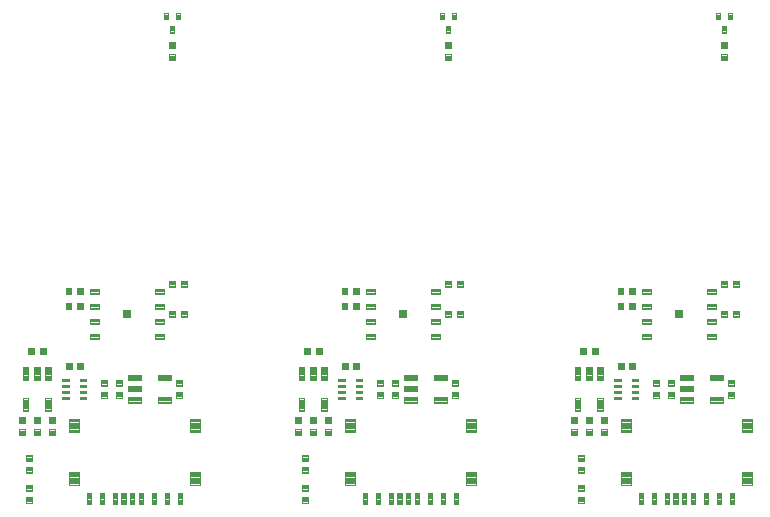
<source format=gbp>
G04 EAGLE Gerber RS-274X export*
G75*
%MOMM*%
%FSLAX34Y34*%
%LPD*%
%INSolderpaste Bottom*%
%IPPOS*%
%AMOC8*
5,1,8,0,0,1.08239X$1,22.5*%
G01*
%ADD10C,0.102000*%
%ADD11C,0.099000*%
%ADD12C,0.100000*%
%ADD13R,0.800000X0.800000*%
%ADD14C,0.101200*%
%ADD15C,0.104500*%


D10*
X34240Y73770D02*
X34240Y68790D01*
X29260Y68790D01*
X29260Y73770D01*
X34240Y73770D01*
X34240Y69759D02*
X29260Y69759D01*
X29260Y70728D02*
X34240Y70728D01*
X34240Y71697D02*
X29260Y71697D01*
X29260Y72666D02*
X34240Y72666D01*
X34240Y73635D02*
X29260Y73635D01*
X34240Y78790D02*
X34240Y83770D01*
X34240Y78790D02*
X29260Y78790D01*
X29260Y83770D01*
X34240Y83770D01*
X34240Y79759D02*
X29260Y79759D01*
X29260Y80728D02*
X34240Y80728D01*
X34240Y81697D02*
X29260Y81697D01*
X29260Y82666D02*
X34240Y82666D01*
X34240Y83635D02*
X29260Y83635D01*
X29260Y104030D02*
X29260Y109010D01*
X34240Y109010D01*
X34240Y104030D01*
X29260Y104030D01*
X29260Y104999D02*
X34240Y104999D01*
X34240Y105968D02*
X29260Y105968D01*
X29260Y106937D02*
X34240Y106937D01*
X34240Y107906D02*
X29260Y107906D01*
X29260Y108875D02*
X34240Y108875D01*
X29260Y99010D02*
X29260Y94030D01*
X29260Y99010D02*
X34240Y99010D01*
X34240Y94030D01*
X29260Y94030D01*
X29260Y94999D02*
X34240Y94999D01*
X34240Y95968D02*
X29260Y95968D01*
X29260Y96937D02*
X34240Y96937D01*
X34240Y97906D02*
X29260Y97906D01*
X29260Y98875D02*
X34240Y98875D01*
D11*
X125854Y153345D02*
X125854Y157855D01*
X125854Y153345D02*
X114844Y153345D01*
X114844Y157855D01*
X125854Y157855D01*
X125854Y154285D02*
X114844Y154285D01*
X114844Y155225D02*
X125854Y155225D01*
X125854Y156165D02*
X114844Y156165D01*
X114844Y157105D02*
X125854Y157105D01*
X125854Y162845D02*
X125854Y167355D01*
X125854Y162845D02*
X114844Y162845D01*
X114844Y167355D01*
X125854Y167355D01*
X125854Y163785D02*
X114844Y163785D01*
X114844Y164725D02*
X125854Y164725D01*
X125854Y165665D02*
X114844Y165665D01*
X114844Y166605D02*
X125854Y166605D01*
X125854Y172345D02*
X125854Y176855D01*
X125854Y172345D02*
X114844Y172345D01*
X114844Y176855D01*
X125854Y176855D01*
X125854Y173285D02*
X114844Y173285D01*
X114844Y174225D02*
X125854Y174225D01*
X125854Y175165D02*
X114844Y175165D01*
X114844Y176105D02*
X125854Y176105D01*
X151856Y176855D02*
X151856Y172345D01*
X140846Y172345D01*
X140846Y176855D01*
X151856Y176855D01*
X151856Y173285D02*
X140846Y173285D01*
X140846Y174225D02*
X151856Y174225D01*
X151856Y175165D02*
X140846Y175165D01*
X140846Y176105D02*
X151856Y176105D01*
X151856Y157855D02*
X151856Y153345D01*
X140846Y153345D01*
X140846Y157855D01*
X151856Y157855D01*
X151856Y154285D02*
X140846Y154285D01*
X140846Y155225D02*
X151856Y155225D01*
X151856Y156165D02*
X140846Y156165D01*
X140846Y157105D02*
X151856Y157105D01*
D10*
X110440Y157690D02*
X110440Y162670D01*
X110440Y157690D02*
X105460Y157690D01*
X105460Y162670D01*
X110440Y162670D01*
X110440Y158659D02*
X105460Y158659D01*
X105460Y159628D02*
X110440Y159628D01*
X110440Y160597D02*
X105460Y160597D01*
X105460Y161566D02*
X110440Y161566D01*
X110440Y162535D02*
X105460Y162535D01*
X110440Y167690D02*
X110440Y172670D01*
X110440Y167690D02*
X105460Y167690D01*
X105460Y172670D01*
X110440Y172670D01*
X110440Y168659D02*
X105460Y168659D01*
X105460Y169628D02*
X110440Y169628D01*
X110440Y170597D02*
X105460Y170597D01*
X105460Y171566D02*
X110440Y171566D01*
X110440Y172535D02*
X105460Y172535D01*
X161240Y162670D02*
X161240Y157690D01*
X156260Y157690D01*
X156260Y162670D01*
X161240Y162670D01*
X161240Y158659D02*
X156260Y158659D01*
X156260Y159628D02*
X161240Y159628D01*
X161240Y160597D02*
X156260Y160597D01*
X156260Y161566D02*
X161240Y161566D01*
X161240Y162535D02*
X156260Y162535D01*
X161240Y167690D02*
X161240Y172670D01*
X161240Y167690D02*
X156260Y167690D01*
X156260Y172670D01*
X161240Y172670D01*
X161240Y168659D02*
X156260Y168659D01*
X156260Y169628D02*
X161240Y169628D01*
X161240Y170597D02*
X156260Y170597D01*
X156260Y171566D02*
X161240Y171566D01*
X161240Y172535D02*
X156260Y172535D01*
X97740Y162670D02*
X97740Y157690D01*
X92760Y157690D01*
X92760Y162670D01*
X97740Y162670D01*
X97740Y158659D02*
X92760Y158659D01*
X92760Y159628D02*
X97740Y159628D01*
X97740Y160597D02*
X92760Y160597D01*
X92760Y161566D02*
X97740Y161566D01*
X97740Y162535D02*
X92760Y162535D01*
X97740Y167690D02*
X97740Y172670D01*
X97740Y167690D02*
X92760Y167690D01*
X92760Y172670D01*
X97740Y172670D01*
X97740Y168659D02*
X92760Y168659D01*
X92760Y169628D02*
X97740Y169628D01*
X97740Y170597D02*
X92760Y170597D01*
X92760Y171566D02*
X97740Y171566D01*
X97740Y172535D02*
X92760Y172535D01*
X80090Y173590D02*
X74410Y173590D01*
X80090Y173590D02*
X80090Y171610D01*
X74410Y171610D01*
X74410Y173590D01*
X74410Y172579D02*
X80090Y172579D01*
X80090Y173548D02*
X74410Y173548D01*
X74410Y168590D02*
X80090Y168590D01*
X80090Y166610D01*
X74410Y166610D01*
X74410Y168590D01*
X74410Y167579D02*
X80090Y167579D01*
X80090Y168548D02*
X74410Y168548D01*
X74410Y163590D02*
X80090Y163590D01*
X80090Y161610D01*
X74410Y161610D01*
X74410Y163590D01*
X74410Y162579D02*
X80090Y162579D01*
X80090Y163548D02*
X74410Y163548D01*
X74410Y158590D02*
X80090Y158590D01*
X80090Y156610D01*
X74410Y156610D01*
X74410Y158590D01*
X74410Y157579D02*
X80090Y157579D01*
X80090Y158548D02*
X74410Y158548D01*
X65290Y158590D02*
X59610Y158590D01*
X65290Y158590D02*
X65290Y156610D01*
X59610Y156610D01*
X59610Y158590D01*
X59610Y157579D02*
X65290Y157579D01*
X65290Y158548D02*
X59610Y158548D01*
X59610Y163590D02*
X65290Y163590D01*
X65290Y161610D01*
X59610Y161610D01*
X59610Y163590D01*
X59610Y162579D02*
X65290Y162579D01*
X65290Y163548D02*
X59610Y163548D01*
X59610Y168590D02*
X65290Y168590D01*
X65290Y166610D01*
X59610Y166610D01*
X59610Y168590D01*
X59610Y167579D02*
X65290Y167579D01*
X65290Y168548D02*
X59610Y168548D01*
X59610Y173590D02*
X65290Y173590D01*
X65290Y171610D01*
X59610Y171610D01*
X59610Y173590D01*
X59610Y172579D02*
X65290Y172579D01*
X65290Y173548D02*
X59610Y173548D01*
X62440Y181660D02*
X67420Y181660D01*
X62440Y181660D02*
X62440Y186640D01*
X67420Y186640D01*
X67420Y181660D01*
X67420Y182629D02*
X62440Y182629D01*
X62440Y183598D02*
X67420Y183598D01*
X67420Y184567D02*
X62440Y184567D01*
X62440Y185536D02*
X67420Y185536D01*
X67420Y186505D02*
X62440Y186505D01*
X72440Y181660D02*
X77420Y181660D01*
X72440Y181660D02*
X72440Y186640D01*
X77420Y186640D01*
X77420Y181660D01*
X77420Y182629D02*
X72440Y182629D01*
X72440Y183598D02*
X77420Y183598D01*
X77420Y184567D02*
X72440Y184567D01*
X72440Y185536D02*
X77420Y185536D01*
X77420Y186505D02*
X72440Y186505D01*
D12*
X145800Y245650D02*
X145800Y249650D01*
X145800Y245650D02*
X138300Y245650D01*
X138300Y249650D01*
X145800Y249650D01*
X145800Y246600D02*
X138300Y246600D01*
X138300Y247550D02*
X145800Y247550D01*
X145800Y248500D02*
X138300Y248500D01*
X138300Y249450D02*
X145800Y249450D01*
X145800Y236950D02*
X145800Y232950D01*
X138300Y232950D01*
X138300Y236950D01*
X145800Y236950D01*
X145800Y233900D02*
X138300Y233900D01*
X138300Y234850D02*
X145800Y234850D01*
X145800Y235800D02*
X138300Y235800D01*
X138300Y236750D02*
X145800Y236750D01*
X145800Y224250D02*
X145800Y220250D01*
X138300Y220250D01*
X138300Y224250D01*
X145800Y224250D01*
X145800Y221200D02*
X138300Y221200D01*
X138300Y222150D02*
X145800Y222150D01*
X145800Y223100D02*
X138300Y223100D01*
X138300Y224050D02*
X145800Y224050D01*
X145800Y211550D02*
X145800Y207550D01*
X138300Y207550D01*
X138300Y211550D01*
X145800Y211550D01*
X145800Y208500D02*
X138300Y208500D01*
X138300Y209450D02*
X145800Y209450D01*
X145800Y210400D02*
X138300Y210400D01*
X138300Y211350D02*
X145800Y211350D01*
X90300Y220250D02*
X90300Y224250D01*
X90300Y220250D02*
X82800Y220250D01*
X82800Y224250D01*
X90300Y224250D01*
X90300Y221200D02*
X82800Y221200D01*
X82800Y222150D02*
X90300Y222150D01*
X90300Y223100D02*
X82800Y223100D01*
X82800Y224050D02*
X90300Y224050D01*
X90300Y211550D02*
X90300Y207550D01*
X82800Y207550D01*
X82800Y211550D01*
X90300Y211550D01*
X90300Y208500D02*
X82800Y208500D01*
X82800Y209450D02*
X90300Y209450D01*
X90300Y210400D02*
X82800Y210400D01*
X82800Y211350D02*
X90300Y211350D01*
X90300Y232950D02*
X90300Y236950D01*
X90300Y232950D02*
X82800Y232950D01*
X82800Y236950D01*
X90300Y236950D01*
X90300Y233900D02*
X82800Y233900D01*
X82800Y234850D02*
X90300Y234850D01*
X90300Y235800D02*
X82800Y235800D01*
X82800Y236750D02*
X90300Y236750D01*
X90300Y245650D02*
X90300Y249650D01*
X90300Y245650D02*
X82800Y245650D01*
X82800Y249650D01*
X90300Y249650D01*
X90300Y246600D02*
X82800Y246600D01*
X82800Y247550D02*
X90300Y247550D01*
X90300Y248500D02*
X82800Y248500D01*
X82800Y249450D02*
X90300Y249450D01*
D13*
X114300Y228600D03*
D10*
X150070Y251510D02*
X155050Y251510D01*
X150070Y251510D02*
X150070Y256490D01*
X155050Y256490D01*
X155050Y251510D01*
X155050Y252479D02*
X150070Y252479D01*
X150070Y253448D02*
X155050Y253448D01*
X155050Y254417D02*
X150070Y254417D01*
X150070Y255386D02*
X155050Y255386D01*
X155050Y256355D02*
X150070Y256355D01*
X160070Y251510D02*
X165050Y251510D01*
X160070Y251510D02*
X160070Y256490D01*
X165050Y256490D01*
X165050Y251510D01*
X165050Y252479D02*
X160070Y252479D01*
X160070Y253448D02*
X165050Y253448D01*
X165050Y254417D02*
X160070Y254417D01*
X160070Y255386D02*
X165050Y255386D01*
X165050Y256355D02*
X160070Y256355D01*
X155050Y226110D02*
X150070Y226110D01*
X150070Y231090D01*
X155050Y231090D01*
X155050Y226110D01*
X155050Y227079D02*
X150070Y227079D01*
X150070Y228048D02*
X155050Y228048D01*
X155050Y229017D02*
X150070Y229017D01*
X150070Y229986D02*
X155050Y229986D01*
X155050Y230955D02*
X150070Y230955D01*
X160070Y226110D02*
X165050Y226110D01*
X160070Y226110D02*
X160070Y231090D01*
X165050Y231090D01*
X165050Y226110D01*
X165050Y227079D02*
X160070Y227079D01*
X160070Y228048D02*
X165050Y228048D01*
X165050Y229017D02*
X160070Y229017D01*
X160070Y229986D02*
X165050Y229986D01*
X165050Y230955D02*
X160070Y230955D01*
D11*
X30855Y172596D02*
X26345Y172596D01*
X26345Y183606D01*
X30855Y183606D01*
X30855Y172596D01*
X30855Y173536D02*
X26345Y173536D01*
X26345Y174476D02*
X30855Y174476D01*
X30855Y175416D02*
X26345Y175416D01*
X26345Y176356D02*
X30855Y176356D01*
X30855Y177296D02*
X26345Y177296D01*
X26345Y178236D02*
X30855Y178236D01*
X30855Y179176D02*
X26345Y179176D01*
X26345Y180116D02*
X30855Y180116D01*
X30855Y181056D02*
X26345Y181056D01*
X26345Y181996D02*
X30855Y181996D01*
X30855Y182936D02*
X26345Y182936D01*
X35845Y172596D02*
X40355Y172596D01*
X35845Y172596D02*
X35845Y183606D01*
X40355Y183606D01*
X40355Y172596D01*
X40355Y173536D02*
X35845Y173536D01*
X35845Y174476D02*
X40355Y174476D01*
X40355Y175416D02*
X35845Y175416D01*
X35845Y176356D02*
X40355Y176356D01*
X40355Y177296D02*
X35845Y177296D01*
X35845Y178236D02*
X40355Y178236D01*
X40355Y179176D02*
X35845Y179176D01*
X35845Y180116D02*
X40355Y180116D01*
X40355Y181056D02*
X35845Y181056D01*
X35845Y181996D02*
X40355Y181996D01*
X40355Y182936D02*
X35845Y182936D01*
X45345Y172596D02*
X49855Y172596D01*
X45345Y172596D02*
X45345Y183606D01*
X49855Y183606D01*
X49855Y172596D01*
X49855Y173536D02*
X45345Y173536D01*
X45345Y174476D02*
X49855Y174476D01*
X49855Y175416D02*
X45345Y175416D01*
X45345Y176356D02*
X49855Y176356D01*
X49855Y177296D02*
X45345Y177296D01*
X45345Y178236D02*
X49855Y178236D01*
X49855Y179176D02*
X45345Y179176D01*
X45345Y180116D02*
X49855Y180116D01*
X49855Y181056D02*
X45345Y181056D01*
X45345Y181996D02*
X49855Y181996D01*
X49855Y182936D02*
X45345Y182936D01*
X45345Y146594D02*
X49855Y146594D01*
X45345Y146594D02*
X45345Y157604D01*
X49855Y157604D01*
X49855Y146594D01*
X49855Y147534D02*
X45345Y147534D01*
X45345Y148474D02*
X49855Y148474D01*
X49855Y149414D02*
X45345Y149414D01*
X45345Y150354D02*
X49855Y150354D01*
X49855Y151294D02*
X45345Y151294D01*
X45345Y152234D02*
X49855Y152234D01*
X49855Y153174D02*
X45345Y153174D01*
X45345Y154114D02*
X49855Y154114D01*
X49855Y155054D02*
X45345Y155054D01*
X45345Y155994D02*
X49855Y155994D01*
X49855Y156934D02*
X45345Y156934D01*
X30855Y146594D02*
X26345Y146594D01*
X26345Y157604D01*
X30855Y157604D01*
X30855Y146594D01*
X30855Y147534D02*
X26345Y147534D01*
X26345Y148474D02*
X30855Y148474D01*
X30855Y149414D02*
X26345Y149414D01*
X26345Y150354D02*
X30855Y150354D01*
X30855Y151294D02*
X26345Y151294D01*
X26345Y152234D02*
X30855Y152234D01*
X30855Y153174D02*
X26345Y153174D01*
X26345Y154114D02*
X30855Y154114D01*
X30855Y155054D02*
X26345Y155054D01*
X26345Y155994D02*
X30855Y155994D01*
X30855Y156934D02*
X26345Y156934D01*
D10*
X48310Y140840D02*
X48310Y135860D01*
X48310Y140840D02*
X53290Y140840D01*
X53290Y135860D01*
X48310Y135860D01*
X48310Y136829D02*
X53290Y136829D01*
X53290Y137798D02*
X48310Y137798D01*
X48310Y138767D02*
X53290Y138767D01*
X53290Y139736D02*
X48310Y139736D01*
X48310Y140705D02*
X53290Y140705D01*
X48310Y130840D02*
X48310Y125860D01*
X48310Y130840D02*
X53290Y130840D01*
X53290Y125860D01*
X48310Y125860D01*
X48310Y126829D02*
X53290Y126829D01*
X53290Y127798D02*
X48310Y127798D01*
X48310Y128767D02*
X53290Y128767D01*
X53290Y129736D02*
X48310Y129736D01*
X48310Y130705D02*
X53290Y130705D01*
X45590Y199340D02*
X40610Y199340D01*
X45590Y199340D02*
X45590Y194360D01*
X40610Y194360D01*
X40610Y199340D01*
X40610Y195329D02*
X45590Y195329D01*
X45590Y196298D02*
X40610Y196298D01*
X40610Y197267D02*
X45590Y197267D01*
X45590Y198236D02*
X40610Y198236D01*
X40610Y199205D02*
X45590Y199205D01*
X35590Y199340D02*
X30610Y199340D01*
X35590Y199340D02*
X35590Y194360D01*
X30610Y194360D01*
X30610Y199340D01*
X30610Y195329D02*
X35590Y195329D01*
X35590Y196298D02*
X30610Y196298D01*
X30610Y197267D02*
X35590Y197267D01*
X35590Y198236D02*
X30610Y198236D01*
X30610Y199205D02*
X35590Y199205D01*
X72360Y237440D02*
X77340Y237440D01*
X77340Y232460D01*
X72360Y232460D01*
X72360Y237440D01*
X72360Y233429D02*
X77340Y233429D01*
X77340Y234398D02*
X72360Y234398D01*
X72360Y235367D02*
X77340Y235367D01*
X77340Y236336D02*
X72360Y236336D01*
X72360Y237305D02*
X77340Y237305D01*
X67340Y237440D02*
X62360Y237440D01*
X67340Y237440D02*
X67340Y232460D01*
X62360Y232460D01*
X62360Y237440D01*
X62360Y233429D02*
X67340Y233429D01*
X67340Y234398D02*
X62360Y234398D01*
X62360Y235367D02*
X67340Y235367D01*
X67340Y236336D02*
X62360Y236336D01*
X62360Y237305D02*
X67340Y237305D01*
X72360Y250140D02*
X77340Y250140D01*
X77340Y245160D01*
X72360Y245160D01*
X72360Y250140D01*
X72360Y246129D02*
X77340Y246129D01*
X77340Y247098D02*
X72360Y247098D01*
X72360Y248067D02*
X77340Y248067D01*
X77340Y249036D02*
X72360Y249036D01*
X72360Y250005D02*
X77340Y250005D01*
X67340Y250140D02*
X62360Y250140D01*
X67340Y250140D02*
X67340Y245160D01*
X62360Y245160D01*
X62360Y250140D01*
X62360Y246129D02*
X67340Y246129D01*
X67340Y247098D02*
X62360Y247098D01*
X62360Y248067D02*
X67340Y248067D01*
X67340Y249036D02*
X62360Y249036D01*
X62360Y250005D02*
X67340Y250005D01*
X40590Y130840D02*
X40590Y125860D01*
X35610Y125860D01*
X35610Y130840D01*
X40590Y130840D01*
X40590Y126829D02*
X35610Y126829D01*
X35610Y127798D02*
X40590Y127798D01*
X40590Y128767D02*
X35610Y128767D01*
X35610Y129736D02*
X40590Y129736D01*
X40590Y130705D02*
X35610Y130705D01*
X40590Y135860D02*
X40590Y140840D01*
X40590Y135860D02*
X35610Y135860D01*
X35610Y140840D01*
X40590Y140840D01*
X40590Y136829D02*
X35610Y136829D01*
X35610Y137798D02*
X40590Y137798D01*
X40590Y138767D02*
X35610Y138767D01*
X35610Y139736D02*
X40590Y139736D01*
X40590Y140705D02*
X35610Y140705D01*
X27890Y130840D02*
X27890Y125860D01*
X22910Y125860D01*
X22910Y130840D01*
X27890Y130840D01*
X27890Y126829D02*
X22910Y126829D01*
X22910Y127798D02*
X27890Y127798D01*
X27890Y128767D02*
X22910Y128767D01*
X22910Y129736D02*
X27890Y129736D01*
X27890Y130705D02*
X22910Y130705D01*
X27890Y135860D02*
X27890Y140840D01*
X27890Y135860D02*
X22910Y135860D01*
X22910Y140840D01*
X27890Y140840D01*
X27890Y136829D02*
X22910Y136829D01*
X22910Y137798D02*
X27890Y137798D01*
X27890Y138767D02*
X22910Y138767D01*
X22910Y139736D02*
X27890Y139736D01*
X27890Y140705D02*
X22910Y140705D01*
D14*
X145606Y478156D02*
X149194Y478156D01*
X145606Y478156D02*
X145606Y483644D01*
X149194Y483644D01*
X149194Y478156D01*
X149194Y479117D02*
X145606Y479117D01*
X145606Y480078D02*
X149194Y480078D01*
X149194Y481039D02*
X145606Y481039D01*
X145606Y482000D02*
X149194Y482000D01*
X149194Y482961D02*
X145606Y482961D01*
X155606Y478156D02*
X159194Y478156D01*
X155606Y478156D02*
X155606Y483644D01*
X159194Y483644D01*
X159194Y478156D01*
X159194Y479117D02*
X155606Y479117D01*
X155606Y480078D02*
X159194Y480078D01*
X159194Y481039D02*
X155606Y481039D01*
X155606Y482000D02*
X159194Y482000D01*
X159194Y482961D02*
X155606Y482961D01*
X154194Y466656D02*
X150606Y466656D01*
X150606Y472144D01*
X154194Y472144D01*
X154194Y466656D01*
X154194Y467617D02*
X150606Y467617D01*
X150606Y468578D02*
X154194Y468578D01*
X154194Y469539D02*
X150606Y469539D01*
X150606Y470500D02*
X154194Y470500D01*
X154194Y471461D02*
X150606Y471461D01*
D10*
X154890Y448340D02*
X154890Y443360D01*
X149910Y443360D01*
X149910Y448340D01*
X154890Y448340D01*
X154890Y444329D02*
X149910Y444329D01*
X149910Y445298D02*
X154890Y445298D01*
X154890Y446267D02*
X149910Y446267D01*
X149910Y447236D02*
X154890Y447236D01*
X154890Y448205D02*
X149910Y448205D01*
X154890Y453360D02*
X154890Y458340D01*
X154890Y453360D02*
X149910Y453360D01*
X149910Y458340D01*
X154890Y458340D01*
X154890Y454329D02*
X149910Y454329D01*
X149910Y455298D02*
X154890Y455298D01*
X154890Y456267D02*
X149910Y456267D01*
X149910Y457236D02*
X154890Y457236D01*
X154890Y458205D02*
X149910Y458205D01*
D12*
X84150Y76510D02*
X80150Y76510D01*
X84150Y76510D02*
X84150Y67510D01*
X80150Y67510D01*
X80150Y76510D01*
X80150Y68460D02*
X84150Y68460D01*
X84150Y69410D02*
X80150Y69410D01*
X80150Y70360D02*
X84150Y70360D01*
X84150Y71310D02*
X80150Y71310D01*
X80150Y72260D02*
X84150Y72260D01*
X84150Y73210D02*
X80150Y73210D01*
X80150Y74160D02*
X84150Y74160D01*
X84150Y75110D02*
X80150Y75110D01*
X80150Y76060D02*
X84150Y76060D01*
X91150Y76510D02*
X95150Y76510D01*
X95150Y67510D01*
X91150Y67510D01*
X91150Y76510D01*
X91150Y68460D02*
X95150Y68460D01*
X95150Y69410D02*
X91150Y69410D01*
X91150Y70360D02*
X95150Y70360D01*
X95150Y71310D02*
X91150Y71310D01*
X91150Y72260D02*
X95150Y72260D01*
X95150Y73210D02*
X91150Y73210D01*
X91150Y74160D02*
X95150Y74160D01*
X95150Y75110D02*
X91150Y75110D01*
X91150Y76060D02*
X95150Y76060D01*
X102150Y76510D02*
X106150Y76510D01*
X106150Y67510D01*
X102150Y67510D01*
X102150Y76510D01*
X102150Y68460D02*
X106150Y68460D01*
X106150Y69410D02*
X102150Y69410D01*
X102150Y70360D02*
X106150Y70360D01*
X106150Y71310D02*
X102150Y71310D01*
X102150Y72260D02*
X106150Y72260D01*
X106150Y73210D02*
X102150Y73210D01*
X102150Y74160D02*
X106150Y74160D01*
X106150Y75110D02*
X102150Y75110D01*
X102150Y76060D02*
X106150Y76060D01*
X109650Y76510D02*
X113650Y76510D01*
X113650Y67510D01*
X109650Y67510D01*
X109650Y76510D01*
X109650Y68460D02*
X113650Y68460D01*
X113650Y69410D02*
X109650Y69410D01*
X109650Y70360D02*
X113650Y70360D01*
X113650Y71310D02*
X109650Y71310D01*
X109650Y72260D02*
X113650Y72260D01*
X113650Y73210D02*
X109650Y73210D01*
X109650Y74160D02*
X113650Y74160D01*
X113650Y75110D02*
X109650Y75110D01*
X109650Y76060D02*
X113650Y76060D01*
X124150Y76510D02*
X128150Y76510D01*
X128150Y67510D01*
X124150Y67510D01*
X124150Y76510D01*
X124150Y68460D02*
X128150Y68460D01*
X128150Y69410D02*
X124150Y69410D01*
X124150Y70360D02*
X128150Y70360D01*
X128150Y71310D02*
X124150Y71310D01*
X124150Y72260D02*
X128150Y72260D01*
X128150Y73210D02*
X124150Y73210D01*
X124150Y74160D02*
X128150Y74160D01*
X128150Y75110D02*
X124150Y75110D01*
X124150Y76060D02*
X128150Y76060D01*
X135150Y76510D02*
X139150Y76510D01*
X139150Y67510D01*
X135150Y67510D01*
X135150Y76510D01*
X135150Y68460D02*
X139150Y68460D01*
X139150Y69410D02*
X135150Y69410D01*
X135150Y70360D02*
X139150Y70360D01*
X139150Y71310D02*
X135150Y71310D01*
X135150Y72260D02*
X139150Y72260D01*
X139150Y73210D02*
X135150Y73210D01*
X135150Y74160D02*
X139150Y74160D01*
X139150Y75110D02*
X135150Y75110D01*
X135150Y76060D02*
X139150Y76060D01*
X146150Y76510D02*
X150150Y76510D01*
X150150Y67510D01*
X146150Y67510D01*
X146150Y76510D01*
X146150Y68460D02*
X150150Y68460D01*
X150150Y69410D02*
X146150Y69410D01*
X146150Y70360D02*
X150150Y70360D01*
X150150Y71310D02*
X146150Y71310D01*
X146150Y72260D02*
X150150Y72260D01*
X150150Y73210D02*
X146150Y73210D01*
X146150Y74160D02*
X150150Y74160D01*
X150150Y75110D02*
X146150Y75110D01*
X146150Y76060D02*
X150150Y76060D01*
X157150Y76510D02*
X161150Y76510D01*
X161150Y67510D01*
X157150Y67510D01*
X157150Y76510D01*
X157150Y68460D02*
X161150Y68460D01*
X161150Y69410D02*
X157150Y69410D01*
X157150Y70360D02*
X161150Y70360D01*
X161150Y71310D02*
X157150Y71310D01*
X157150Y72260D02*
X161150Y72260D01*
X161150Y73210D02*
X157150Y73210D01*
X157150Y74160D02*
X161150Y74160D01*
X161150Y75110D02*
X157150Y75110D01*
X157150Y76060D02*
X161150Y76060D01*
X120650Y76510D02*
X116650Y76510D01*
X120650Y76510D02*
X120650Y67510D01*
X116650Y67510D01*
X116650Y76510D01*
X116650Y68460D02*
X120650Y68460D01*
X120650Y69410D02*
X116650Y69410D01*
X116650Y70360D02*
X120650Y70360D01*
X120650Y71310D02*
X116650Y71310D01*
X116650Y72260D02*
X120650Y72260D01*
X120650Y73210D02*
X116650Y73210D01*
X116650Y74160D02*
X120650Y74160D01*
X120650Y75110D02*
X116650Y75110D01*
X116650Y76060D02*
X120650Y76060D01*
D15*
X73878Y94988D02*
X65422Y94988D01*
X73878Y94988D02*
X73878Y84032D01*
X65422Y84032D01*
X65422Y94988D01*
X65422Y85025D02*
X73878Y85025D01*
X73878Y86018D02*
X65422Y86018D01*
X65422Y87011D02*
X73878Y87011D01*
X73878Y88004D02*
X65422Y88004D01*
X65422Y88997D02*
X73878Y88997D01*
X73878Y89990D02*
X65422Y89990D01*
X65422Y90983D02*
X73878Y90983D01*
X73878Y91976D02*
X65422Y91976D01*
X65422Y92969D02*
X73878Y92969D01*
X73878Y93962D02*
X65422Y93962D01*
X65422Y94955D02*
X73878Y94955D01*
X73878Y139488D02*
X65422Y139488D01*
X73878Y139488D02*
X73878Y128532D01*
X65422Y128532D01*
X65422Y139488D01*
X65422Y129525D02*
X73878Y129525D01*
X73878Y130518D02*
X65422Y130518D01*
X65422Y131511D02*
X73878Y131511D01*
X73878Y132504D02*
X65422Y132504D01*
X65422Y133497D02*
X73878Y133497D01*
X73878Y134490D02*
X65422Y134490D01*
X65422Y135483D02*
X73878Y135483D01*
X73878Y136476D02*
X65422Y136476D01*
X65422Y137469D02*
X73878Y137469D01*
X73878Y138462D02*
X65422Y138462D01*
X65422Y139455D02*
X73878Y139455D01*
X167422Y139488D02*
X175878Y139488D01*
X175878Y128532D01*
X167422Y128532D01*
X167422Y139488D01*
X167422Y129525D02*
X175878Y129525D01*
X175878Y130518D02*
X167422Y130518D01*
X167422Y131511D02*
X175878Y131511D01*
X175878Y132504D02*
X167422Y132504D01*
X167422Y133497D02*
X175878Y133497D01*
X175878Y134490D02*
X167422Y134490D01*
X167422Y135483D02*
X175878Y135483D01*
X175878Y136476D02*
X167422Y136476D01*
X167422Y137469D02*
X175878Y137469D01*
X175878Y138462D02*
X167422Y138462D01*
X167422Y139455D02*
X175878Y139455D01*
X175878Y94988D02*
X167422Y94988D01*
X175878Y94988D02*
X175878Y84032D01*
X167422Y84032D01*
X167422Y94988D01*
X167422Y85025D02*
X175878Y85025D01*
X175878Y86018D02*
X167422Y86018D01*
X167422Y87011D02*
X175878Y87011D01*
X175878Y88004D02*
X167422Y88004D01*
X167422Y88997D02*
X175878Y88997D01*
X175878Y89990D02*
X167422Y89990D01*
X167422Y90983D02*
X175878Y90983D01*
X175878Y91976D02*
X167422Y91976D01*
X167422Y92969D02*
X175878Y92969D01*
X175878Y93962D02*
X167422Y93962D01*
X167422Y94955D02*
X175878Y94955D01*
D10*
X267920Y73770D02*
X267920Y68790D01*
X262940Y68790D01*
X262940Y73770D01*
X267920Y73770D01*
X267920Y69759D02*
X262940Y69759D01*
X262940Y70728D02*
X267920Y70728D01*
X267920Y71697D02*
X262940Y71697D01*
X262940Y72666D02*
X267920Y72666D01*
X267920Y73635D02*
X262940Y73635D01*
X267920Y78790D02*
X267920Y83770D01*
X267920Y78790D02*
X262940Y78790D01*
X262940Y83770D01*
X267920Y83770D01*
X267920Y79759D02*
X262940Y79759D01*
X262940Y80728D02*
X267920Y80728D01*
X267920Y81697D02*
X262940Y81697D01*
X262940Y82666D02*
X267920Y82666D01*
X267920Y83635D02*
X262940Y83635D01*
X262940Y104030D02*
X262940Y109010D01*
X267920Y109010D01*
X267920Y104030D01*
X262940Y104030D01*
X262940Y104999D02*
X267920Y104999D01*
X267920Y105968D02*
X262940Y105968D01*
X262940Y106937D02*
X267920Y106937D01*
X267920Y107906D02*
X262940Y107906D01*
X262940Y108875D02*
X267920Y108875D01*
X262940Y99010D02*
X262940Y94030D01*
X262940Y99010D02*
X267920Y99010D01*
X267920Y94030D01*
X262940Y94030D01*
X262940Y94999D02*
X267920Y94999D01*
X267920Y95968D02*
X262940Y95968D01*
X262940Y96937D02*
X267920Y96937D01*
X267920Y97906D02*
X262940Y97906D01*
X262940Y98875D02*
X267920Y98875D01*
D11*
X359534Y153345D02*
X359534Y157855D01*
X359534Y153345D02*
X348524Y153345D01*
X348524Y157855D01*
X359534Y157855D01*
X359534Y154285D02*
X348524Y154285D01*
X348524Y155225D02*
X359534Y155225D01*
X359534Y156165D02*
X348524Y156165D01*
X348524Y157105D02*
X359534Y157105D01*
X359534Y162845D02*
X359534Y167355D01*
X359534Y162845D02*
X348524Y162845D01*
X348524Y167355D01*
X359534Y167355D01*
X359534Y163785D02*
X348524Y163785D01*
X348524Y164725D02*
X359534Y164725D01*
X359534Y165665D02*
X348524Y165665D01*
X348524Y166605D02*
X359534Y166605D01*
X359534Y172345D02*
X359534Y176855D01*
X359534Y172345D02*
X348524Y172345D01*
X348524Y176855D01*
X359534Y176855D01*
X359534Y173285D02*
X348524Y173285D01*
X348524Y174225D02*
X359534Y174225D01*
X359534Y175165D02*
X348524Y175165D01*
X348524Y176105D02*
X359534Y176105D01*
X385536Y176855D02*
X385536Y172345D01*
X374526Y172345D01*
X374526Y176855D01*
X385536Y176855D01*
X385536Y173285D02*
X374526Y173285D01*
X374526Y174225D02*
X385536Y174225D01*
X385536Y175165D02*
X374526Y175165D01*
X374526Y176105D02*
X385536Y176105D01*
X385536Y157855D02*
X385536Y153345D01*
X374526Y153345D01*
X374526Y157855D01*
X385536Y157855D01*
X385536Y154285D02*
X374526Y154285D01*
X374526Y155225D02*
X385536Y155225D01*
X385536Y156165D02*
X374526Y156165D01*
X374526Y157105D02*
X385536Y157105D01*
D10*
X344120Y157690D02*
X344120Y162670D01*
X344120Y157690D02*
X339140Y157690D01*
X339140Y162670D01*
X344120Y162670D01*
X344120Y158659D02*
X339140Y158659D01*
X339140Y159628D02*
X344120Y159628D01*
X344120Y160597D02*
X339140Y160597D01*
X339140Y161566D02*
X344120Y161566D01*
X344120Y162535D02*
X339140Y162535D01*
X344120Y167690D02*
X344120Y172670D01*
X344120Y167690D02*
X339140Y167690D01*
X339140Y172670D01*
X344120Y172670D01*
X344120Y168659D02*
X339140Y168659D01*
X339140Y169628D02*
X344120Y169628D01*
X344120Y170597D02*
X339140Y170597D01*
X339140Y171566D02*
X344120Y171566D01*
X344120Y172535D02*
X339140Y172535D01*
X394920Y162670D02*
X394920Y157690D01*
X389940Y157690D01*
X389940Y162670D01*
X394920Y162670D01*
X394920Y158659D02*
X389940Y158659D01*
X389940Y159628D02*
X394920Y159628D01*
X394920Y160597D02*
X389940Y160597D01*
X389940Y161566D02*
X394920Y161566D01*
X394920Y162535D02*
X389940Y162535D01*
X394920Y167690D02*
X394920Y172670D01*
X394920Y167690D02*
X389940Y167690D01*
X389940Y172670D01*
X394920Y172670D01*
X394920Y168659D02*
X389940Y168659D01*
X389940Y169628D02*
X394920Y169628D01*
X394920Y170597D02*
X389940Y170597D01*
X389940Y171566D02*
X394920Y171566D01*
X394920Y172535D02*
X389940Y172535D01*
X331420Y162670D02*
X331420Y157690D01*
X326440Y157690D01*
X326440Y162670D01*
X331420Y162670D01*
X331420Y158659D02*
X326440Y158659D01*
X326440Y159628D02*
X331420Y159628D01*
X331420Y160597D02*
X326440Y160597D01*
X326440Y161566D02*
X331420Y161566D01*
X331420Y162535D02*
X326440Y162535D01*
X331420Y167690D02*
X331420Y172670D01*
X331420Y167690D02*
X326440Y167690D01*
X326440Y172670D01*
X331420Y172670D01*
X331420Y168659D02*
X326440Y168659D01*
X326440Y169628D02*
X331420Y169628D01*
X331420Y170597D02*
X326440Y170597D01*
X326440Y171566D02*
X331420Y171566D01*
X331420Y172535D02*
X326440Y172535D01*
X313770Y173590D02*
X308090Y173590D01*
X313770Y173590D02*
X313770Y171610D01*
X308090Y171610D01*
X308090Y173590D01*
X308090Y172579D02*
X313770Y172579D01*
X313770Y173548D02*
X308090Y173548D01*
X308090Y168590D02*
X313770Y168590D01*
X313770Y166610D01*
X308090Y166610D01*
X308090Y168590D01*
X308090Y167579D02*
X313770Y167579D01*
X313770Y168548D02*
X308090Y168548D01*
X308090Y163590D02*
X313770Y163590D01*
X313770Y161610D01*
X308090Y161610D01*
X308090Y163590D01*
X308090Y162579D02*
X313770Y162579D01*
X313770Y163548D02*
X308090Y163548D01*
X308090Y158590D02*
X313770Y158590D01*
X313770Y156610D01*
X308090Y156610D01*
X308090Y158590D01*
X308090Y157579D02*
X313770Y157579D01*
X313770Y158548D02*
X308090Y158548D01*
X298970Y158590D02*
X293290Y158590D01*
X298970Y158590D02*
X298970Y156610D01*
X293290Y156610D01*
X293290Y158590D01*
X293290Y157579D02*
X298970Y157579D01*
X298970Y158548D02*
X293290Y158548D01*
X293290Y163590D02*
X298970Y163590D01*
X298970Y161610D01*
X293290Y161610D01*
X293290Y163590D01*
X293290Y162579D02*
X298970Y162579D01*
X298970Y163548D02*
X293290Y163548D01*
X293290Y168590D02*
X298970Y168590D01*
X298970Y166610D01*
X293290Y166610D01*
X293290Y168590D01*
X293290Y167579D02*
X298970Y167579D01*
X298970Y168548D02*
X293290Y168548D01*
X293290Y173590D02*
X298970Y173590D01*
X298970Y171610D01*
X293290Y171610D01*
X293290Y173590D01*
X293290Y172579D02*
X298970Y172579D01*
X298970Y173548D02*
X293290Y173548D01*
X296120Y181660D02*
X301100Y181660D01*
X296120Y181660D02*
X296120Y186640D01*
X301100Y186640D01*
X301100Y181660D01*
X301100Y182629D02*
X296120Y182629D01*
X296120Y183598D02*
X301100Y183598D01*
X301100Y184567D02*
X296120Y184567D01*
X296120Y185536D02*
X301100Y185536D01*
X301100Y186505D02*
X296120Y186505D01*
X306120Y181660D02*
X311100Y181660D01*
X306120Y181660D02*
X306120Y186640D01*
X311100Y186640D01*
X311100Y181660D01*
X311100Y182629D02*
X306120Y182629D01*
X306120Y183598D02*
X311100Y183598D01*
X311100Y184567D02*
X306120Y184567D01*
X306120Y185536D02*
X311100Y185536D01*
X311100Y186505D02*
X306120Y186505D01*
D12*
X379480Y245650D02*
X379480Y249650D01*
X379480Y245650D02*
X371980Y245650D01*
X371980Y249650D01*
X379480Y249650D01*
X379480Y246600D02*
X371980Y246600D01*
X371980Y247550D02*
X379480Y247550D01*
X379480Y248500D02*
X371980Y248500D01*
X371980Y249450D02*
X379480Y249450D01*
X379480Y236950D02*
X379480Y232950D01*
X371980Y232950D01*
X371980Y236950D01*
X379480Y236950D01*
X379480Y233900D02*
X371980Y233900D01*
X371980Y234850D02*
X379480Y234850D01*
X379480Y235800D02*
X371980Y235800D01*
X371980Y236750D02*
X379480Y236750D01*
X379480Y224250D02*
X379480Y220250D01*
X371980Y220250D01*
X371980Y224250D01*
X379480Y224250D01*
X379480Y221200D02*
X371980Y221200D01*
X371980Y222150D02*
X379480Y222150D01*
X379480Y223100D02*
X371980Y223100D01*
X371980Y224050D02*
X379480Y224050D01*
X379480Y211550D02*
X379480Y207550D01*
X371980Y207550D01*
X371980Y211550D01*
X379480Y211550D01*
X379480Y208500D02*
X371980Y208500D01*
X371980Y209450D02*
X379480Y209450D01*
X379480Y210400D02*
X371980Y210400D01*
X371980Y211350D02*
X379480Y211350D01*
X323980Y220250D02*
X323980Y224250D01*
X323980Y220250D02*
X316480Y220250D01*
X316480Y224250D01*
X323980Y224250D01*
X323980Y221200D02*
X316480Y221200D01*
X316480Y222150D02*
X323980Y222150D01*
X323980Y223100D02*
X316480Y223100D01*
X316480Y224050D02*
X323980Y224050D01*
X323980Y211550D02*
X323980Y207550D01*
X316480Y207550D01*
X316480Y211550D01*
X323980Y211550D01*
X323980Y208500D02*
X316480Y208500D01*
X316480Y209450D02*
X323980Y209450D01*
X323980Y210400D02*
X316480Y210400D01*
X316480Y211350D02*
X323980Y211350D01*
X323980Y232950D02*
X323980Y236950D01*
X323980Y232950D02*
X316480Y232950D01*
X316480Y236950D01*
X323980Y236950D01*
X323980Y233900D02*
X316480Y233900D01*
X316480Y234850D02*
X323980Y234850D01*
X323980Y235800D02*
X316480Y235800D01*
X316480Y236750D02*
X323980Y236750D01*
X323980Y245650D02*
X323980Y249650D01*
X323980Y245650D02*
X316480Y245650D01*
X316480Y249650D01*
X323980Y249650D01*
X323980Y246600D02*
X316480Y246600D01*
X316480Y247550D02*
X323980Y247550D01*
X323980Y248500D02*
X316480Y248500D01*
X316480Y249450D02*
X323980Y249450D01*
D13*
X347980Y228600D03*
D10*
X383750Y251510D02*
X388730Y251510D01*
X383750Y251510D02*
X383750Y256490D01*
X388730Y256490D01*
X388730Y251510D01*
X388730Y252479D02*
X383750Y252479D01*
X383750Y253448D02*
X388730Y253448D01*
X388730Y254417D02*
X383750Y254417D01*
X383750Y255386D02*
X388730Y255386D01*
X388730Y256355D02*
X383750Y256355D01*
X393750Y251510D02*
X398730Y251510D01*
X393750Y251510D02*
X393750Y256490D01*
X398730Y256490D01*
X398730Y251510D01*
X398730Y252479D02*
X393750Y252479D01*
X393750Y253448D02*
X398730Y253448D01*
X398730Y254417D02*
X393750Y254417D01*
X393750Y255386D02*
X398730Y255386D01*
X398730Y256355D02*
X393750Y256355D01*
X388730Y226110D02*
X383750Y226110D01*
X383750Y231090D01*
X388730Y231090D01*
X388730Y226110D01*
X388730Y227079D02*
X383750Y227079D01*
X383750Y228048D02*
X388730Y228048D01*
X388730Y229017D02*
X383750Y229017D01*
X383750Y229986D02*
X388730Y229986D01*
X388730Y230955D02*
X383750Y230955D01*
X393750Y226110D02*
X398730Y226110D01*
X393750Y226110D02*
X393750Y231090D01*
X398730Y231090D01*
X398730Y226110D01*
X398730Y227079D02*
X393750Y227079D01*
X393750Y228048D02*
X398730Y228048D01*
X398730Y229017D02*
X393750Y229017D01*
X393750Y229986D02*
X398730Y229986D01*
X398730Y230955D02*
X393750Y230955D01*
D11*
X264535Y172596D02*
X260025Y172596D01*
X260025Y183606D01*
X264535Y183606D01*
X264535Y172596D01*
X264535Y173536D02*
X260025Y173536D01*
X260025Y174476D02*
X264535Y174476D01*
X264535Y175416D02*
X260025Y175416D01*
X260025Y176356D02*
X264535Y176356D01*
X264535Y177296D02*
X260025Y177296D01*
X260025Y178236D02*
X264535Y178236D01*
X264535Y179176D02*
X260025Y179176D01*
X260025Y180116D02*
X264535Y180116D01*
X264535Y181056D02*
X260025Y181056D01*
X260025Y181996D02*
X264535Y181996D01*
X264535Y182936D02*
X260025Y182936D01*
X269525Y172596D02*
X274035Y172596D01*
X269525Y172596D02*
X269525Y183606D01*
X274035Y183606D01*
X274035Y172596D01*
X274035Y173536D02*
X269525Y173536D01*
X269525Y174476D02*
X274035Y174476D01*
X274035Y175416D02*
X269525Y175416D01*
X269525Y176356D02*
X274035Y176356D01*
X274035Y177296D02*
X269525Y177296D01*
X269525Y178236D02*
X274035Y178236D01*
X274035Y179176D02*
X269525Y179176D01*
X269525Y180116D02*
X274035Y180116D01*
X274035Y181056D02*
X269525Y181056D01*
X269525Y181996D02*
X274035Y181996D01*
X274035Y182936D02*
X269525Y182936D01*
X279025Y172596D02*
X283535Y172596D01*
X279025Y172596D02*
X279025Y183606D01*
X283535Y183606D01*
X283535Y172596D01*
X283535Y173536D02*
X279025Y173536D01*
X279025Y174476D02*
X283535Y174476D01*
X283535Y175416D02*
X279025Y175416D01*
X279025Y176356D02*
X283535Y176356D01*
X283535Y177296D02*
X279025Y177296D01*
X279025Y178236D02*
X283535Y178236D01*
X283535Y179176D02*
X279025Y179176D01*
X279025Y180116D02*
X283535Y180116D01*
X283535Y181056D02*
X279025Y181056D01*
X279025Y181996D02*
X283535Y181996D01*
X283535Y182936D02*
X279025Y182936D01*
X279025Y146594D02*
X283535Y146594D01*
X279025Y146594D02*
X279025Y157604D01*
X283535Y157604D01*
X283535Y146594D01*
X283535Y147534D02*
X279025Y147534D01*
X279025Y148474D02*
X283535Y148474D01*
X283535Y149414D02*
X279025Y149414D01*
X279025Y150354D02*
X283535Y150354D01*
X283535Y151294D02*
X279025Y151294D01*
X279025Y152234D02*
X283535Y152234D01*
X283535Y153174D02*
X279025Y153174D01*
X279025Y154114D02*
X283535Y154114D01*
X283535Y155054D02*
X279025Y155054D01*
X279025Y155994D02*
X283535Y155994D01*
X283535Y156934D02*
X279025Y156934D01*
X264535Y146594D02*
X260025Y146594D01*
X260025Y157604D01*
X264535Y157604D01*
X264535Y146594D01*
X264535Y147534D02*
X260025Y147534D01*
X260025Y148474D02*
X264535Y148474D01*
X264535Y149414D02*
X260025Y149414D01*
X260025Y150354D02*
X264535Y150354D01*
X264535Y151294D02*
X260025Y151294D01*
X260025Y152234D02*
X264535Y152234D01*
X264535Y153174D02*
X260025Y153174D01*
X260025Y154114D02*
X264535Y154114D01*
X264535Y155054D02*
X260025Y155054D01*
X260025Y155994D02*
X264535Y155994D01*
X264535Y156934D02*
X260025Y156934D01*
D10*
X281990Y140840D02*
X281990Y135860D01*
X281990Y140840D02*
X286970Y140840D01*
X286970Y135860D01*
X281990Y135860D01*
X281990Y136829D02*
X286970Y136829D01*
X286970Y137798D02*
X281990Y137798D01*
X281990Y138767D02*
X286970Y138767D01*
X286970Y139736D02*
X281990Y139736D01*
X281990Y140705D02*
X286970Y140705D01*
X281990Y130840D02*
X281990Y125860D01*
X281990Y130840D02*
X286970Y130840D01*
X286970Y125860D01*
X281990Y125860D01*
X281990Y126829D02*
X286970Y126829D01*
X286970Y127798D02*
X281990Y127798D01*
X281990Y128767D02*
X286970Y128767D01*
X286970Y129736D02*
X281990Y129736D01*
X281990Y130705D02*
X286970Y130705D01*
X279270Y199340D02*
X274290Y199340D01*
X279270Y199340D02*
X279270Y194360D01*
X274290Y194360D01*
X274290Y199340D01*
X274290Y195329D02*
X279270Y195329D01*
X279270Y196298D02*
X274290Y196298D01*
X274290Y197267D02*
X279270Y197267D01*
X279270Y198236D02*
X274290Y198236D01*
X274290Y199205D02*
X279270Y199205D01*
X269270Y199340D02*
X264290Y199340D01*
X269270Y199340D02*
X269270Y194360D01*
X264290Y194360D01*
X264290Y199340D01*
X264290Y195329D02*
X269270Y195329D01*
X269270Y196298D02*
X264290Y196298D01*
X264290Y197267D02*
X269270Y197267D01*
X269270Y198236D02*
X264290Y198236D01*
X264290Y199205D02*
X269270Y199205D01*
X306040Y237440D02*
X311020Y237440D01*
X311020Y232460D01*
X306040Y232460D01*
X306040Y237440D01*
X306040Y233429D02*
X311020Y233429D01*
X311020Y234398D02*
X306040Y234398D01*
X306040Y235367D02*
X311020Y235367D01*
X311020Y236336D02*
X306040Y236336D01*
X306040Y237305D02*
X311020Y237305D01*
X301020Y237440D02*
X296040Y237440D01*
X301020Y237440D02*
X301020Y232460D01*
X296040Y232460D01*
X296040Y237440D01*
X296040Y233429D02*
X301020Y233429D01*
X301020Y234398D02*
X296040Y234398D01*
X296040Y235367D02*
X301020Y235367D01*
X301020Y236336D02*
X296040Y236336D01*
X296040Y237305D02*
X301020Y237305D01*
X306040Y250140D02*
X311020Y250140D01*
X311020Y245160D01*
X306040Y245160D01*
X306040Y250140D01*
X306040Y246129D02*
X311020Y246129D01*
X311020Y247098D02*
X306040Y247098D01*
X306040Y248067D02*
X311020Y248067D01*
X311020Y249036D02*
X306040Y249036D01*
X306040Y250005D02*
X311020Y250005D01*
X301020Y250140D02*
X296040Y250140D01*
X301020Y250140D02*
X301020Y245160D01*
X296040Y245160D01*
X296040Y250140D01*
X296040Y246129D02*
X301020Y246129D01*
X301020Y247098D02*
X296040Y247098D01*
X296040Y248067D02*
X301020Y248067D01*
X301020Y249036D02*
X296040Y249036D01*
X296040Y250005D02*
X301020Y250005D01*
X274270Y130840D02*
X274270Y125860D01*
X269290Y125860D01*
X269290Y130840D01*
X274270Y130840D01*
X274270Y126829D02*
X269290Y126829D01*
X269290Y127798D02*
X274270Y127798D01*
X274270Y128767D02*
X269290Y128767D01*
X269290Y129736D02*
X274270Y129736D01*
X274270Y130705D02*
X269290Y130705D01*
X274270Y135860D02*
X274270Y140840D01*
X274270Y135860D02*
X269290Y135860D01*
X269290Y140840D01*
X274270Y140840D01*
X274270Y136829D02*
X269290Y136829D01*
X269290Y137798D02*
X274270Y137798D01*
X274270Y138767D02*
X269290Y138767D01*
X269290Y139736D02*
X274270Y139736D01*
X274270Y140705D02*
X269290Y140705D01*
X261570Y130840D02*
X261570Y125860D01*
X256590Y125860D01*
X256590Y130840D01*
X261570Y130840D01*
X261570Y126829D02*
X256590Y126829D01*
X256590Y127798D02*
X261570Y127798D01*
X261570Y128767D02*
X256590Y128767D01*
X256590Y129736D02*
X261570Y129736D01*
X261570Y130705D02*
X256590Y130705D01*
X261570Y135860D02*
X261570Y140840D01*
X261570Y135860D02*
X256590Y135860D01*
X256590Y140840D01*
X261570Y140840D01*
X261570Y136829D02*
X256590Y136829D01*
X256590Y137798D02*
X261570Y137798D01*
X261570Y138767D02*
X256590Y138767D01*
X256590Y139736D02*
X261570Y139736D01*
X261570Y140705D02*
X256590Y140705D01*
D14*
X379286Y478156D02*
X382874Y478156D01*
X379286Y478156D02*
X379286Y483644D01*
X382874Y483644D01*
X382874Y478156D01*
X382874Y479117D02*
X379286Y479117D01*
X379286Y480078D02*
X382874Y480078D01*
X382874Y481039D02*
X379286Y481039D01*
X379286Y482000D02*
X382874Y482000D01*
X382874Y482961D02*
X379286Y482961D01*
X389286Y478156D02*
X392874Y478156D01*
X389286Y478156D02*
X389286Y483644D01*
X392874Y483644D01*
X392874Y478156D01*
X392874Y479117D02*
X389286Y479117D01*
X389286Y480078D02*
X392874Y480078D01*
X392874Y481039D02*
X389286Y481039D01*
X389286Y482000D02*
X392874Y482000D01*
X392874Y482961D02*
X389286Y482961D01*
X387874Y466656D02*
X384286Y466656D01*
X384286Y472144D01*
X387874Y472144D01*
X387874Y466656D01*
X387874Y467617D02*
X384286Y467617D01*
X384286Y468578D02*
X387874Y468578D01*
X387874Y469539D02*
X384286Y469539D01*
X384286Y470500D02*
X387874Y470500D01*
X387874Y471461D02*
X384286Y471461D01*
D10*
X388570Y448340D02*
X388570Y443360D01*
X383590Y443360D01*
X383590Y448340D01*
X388570Y448340D01*
X388570Y444329D02*
X383590Y444329D01*
X383590Y445298D02*
X388570Y445298D01*
X388570Y446267D02*
X383590Y446267D01*
X383590Y447236D02*
X388570Y447236D01*
X388570Y448205D02*
X383590Y448205D01*
X388570Y453360D02*
X388570Y458340D01*
X388570Y453360D02*
X383590Y453360D01*
X383590Y458340D01*
X388570Y458340D01*
X388570Y454329D02*
X383590Y454329D01*
X383590Y455298D02*
X388570Y455298D01*
X388570Y456267D02*
X383590Y456267D01*
X383590Y457236D02*
X388570Y457236D01*
X388570Y458205D02*
X383590Y458205D01*
D12*
X317830Y76510D02*
X313830Y76510D01*
X317830Y76510D02*
X317830Y67510D01*
X313830Y67510D01*
X313830Y76510D01*
X313830Y68460D02*
X317830Y68460D01*
X317830Y69410D02*
X313830Y69410D01*
X313830Y70360D02*
X317830Y70360D01*
X317830Y71310D02*
X313830Y71310D01*
X313830Y72260D02*
X317830Y72260D01*
X317830Y73210D02*
X313830Y73210D01*
X313830Y74160D02*
X317830Y74160D01*
X317830Y75110D02*
X313830Y75110D01*
X313830Y76060D02*
X317830Y76060D01*
X324830Y76510D02*
X328830Y76510D01*
X328830Y67510D01*
X324830Y67510D01*
X324830Y76510D01*
X324830Y68460D02*
X328830Y68460D01*
X328830Y69410D02*
X324830Y69410D01*
X324830Y70360D02*
X328830Y70360D01*
X328830Y71310D02*
X324830Y71310D01*
X324830Y72260D02*
X328830Y72260D01*
X328830Y73210D02*
X324830Y73210D01*
X324830Y74160D02*
X328830Y74160D01*
X328830Y75110D02*
X324830Y75110D01*
X324830Y76060D02*
X328830Y76060D01*
X335830Y76510D02*
X339830Y76510D01*
X339830Y67510D01*
X335830Y67510D01*
X335830Y76510D01*
X335830Y68460D02*
X339830Y68460D01*
X339830Y69410D02*
X335830Y69410D01*
X335830Y70360D02*
X339830Y70360D01*
X339830Y71310D02*
X335830Y71310D01*
X335830Y72260D02*
X339830Y72260D01*
X339830Y73210D02*
X335830Y73210D01*
X335830Y74160D02*
X339830Y74160D01*
X339830Y75110D02*
X335830Y75110D01*
X335830Y76060D02*
X339830Y76060D01*
X343330Y76510D02*
X347330Y76510D01*
X347330Y67510D01*
X343330Y67510D01*
X343330Y76510D01*
X343330Y68460D02*
X347330Y68460D01*
X347330Y69410D02*
X343330Y69410D01*
X343330Y70360D02*
X347330Y70360D01*
X347330Y71310D02*
X343330Y71310D01*
X343330Y72260D02*
X347330Y72260D01*
X347330Y73210D02*
X343330Y73210D01*
X343330Y74160D02*
X347330Y74160D01*
X347330Y75110D02*
X343330Y75110D01*
X343330Y76060D02*
X347330Y76060D01*
X357830Y76510D02*
X361830Y76510D01*
X361830Y67510D01*
X357830Y67510D01*
X357830Y76510D01*
X357830Y68460D02*
X361830Y68460D01*
X361830Y69410D02*
X357830Y69410D01*
X357830Y70360D02*
X361830Y70360D01*
X361830Y71310D02*
X357830Y71310D01*
X357830Y72260D02*
X361830Y72260D01*
X361830Y73210D02*
X357830Y73210D01*
X357830Y74160D02*
X361830Y74160D01*
X361830Y75110D02*
X357830Y75110D01*
X357830Y76060D02*
X361830Y76060D01*
X368830Y76510D02*
X372830Y76510D01*
X372830Y67510D01*
X368830Y67510D01*
X368830Y76510D01*
X368830Y68460D02*
X372830Y68460D01*
X372830Y69410D02*
X368830Y69410D01*
X368830Y70360D02*
X372830Y70360D01*
X372830Y71310D02*
X368830Y71310D01*
X368830Y72260D02*
X372830Y72260D01*
X372830Y73210D02*
X368830Y73210D01*
X368830Y74160D02*
X372830Y74160D01*
X372830Y75110D02*
X368830Y75110D01*
X368830Y76060D02*
X372830Y76060D01*
X379830Y76510D02*
X383830Y76510D01*
X383830Y67510D01*
X379830Y67510D01*
X379830Y76510D01*
X379830Y68460D02*
X383830Y68460D01*
X383830Y69410D02*
X379830Y69410D01*
X379830Y70360D02*
X383830Y70360D01*
X383830Y71310D02*
X379830Y71310D01*
X379830Y72260D02*
X383830Y72260D01*
X383830Y73210D02*
X379830Y73210D01*
X379830Y74160D02*
X383830Y74160D01*
X383830Y75110D02*
X379830Y75110D01*
X379830Y76060D02*
X383830Y76060D01*
X390830Y76510D02*
X394830Y76510D01*
X394830Y67510D01*
X390830Y67510D01*
X390830Y76510D01*
X390830Y68460D02*
X394830Y68460D01*
X394830Y69410D02*
X390830Y69410D01*
X390830Y70360D02*
X394830Y70360D01*
X394830Y71310D02*
X390830Y71310D01*
X390830Y72260D02*
X394830Y72260D01*
X394830Y73210D02*
X390830Y73210D01*
X390830Y74160D02*
X394830Y74160D01*
X394830Y75110D02*
X390830Y75110D01*
X390830Y76060D02*
X394830Y76060D01*
X354330Y76510D02*
X350330Y76510D01*
X354330Y76510D02*
X354330Y67510D01*
X350330Y67510D01*
X350330Y76510D01*
X350330Y68460D02*
X354330Y68460D01*
X354330Y69410D02*
X350330Y69410D01*
X350330Y70360D02*
X354330Y70360D01*
X354330Y71310D02*
X350330Y71310D01*
X350330Y72260D02*
X354330Y72260D01*
X354330Y73210D02*
X350330Y73210D01*
X350330Y74160D02*
X354330Y74160D01*
X354330Y75110D02*
X350330Y75110D01*
X350330Y76060D02*
X354330Y76060D01*
D15*
X307558Y94988D02*
X299102Y94988D01*
X307558Y94988D02*
X307558Y84032D01*
X299102Y84032D01*
X299102Y94988D01*
X299102Y85025D02*
X307558Y85025D01*
X307558Y86018D02*
X299102Y86018D01*
X299102Y87011D02*
X307558Y87011D01*
X307558Y88004D02*
X299102Y88004D01*
X299102Y88997D02*
X307558Y88997D01*
X307558Y89990D02*
X299102Y89990D01*
X299102Y90983D02*
X307558Y90983D01*
X307558Y91976D02*
X299102Y91976D01*
X299102Y92969D02*
X307558Y92969D01*
X307558Y93962D02*
X299102Y93962D01*
X299102Y94955D02*
X307558Y94955D01*
X307558Y139488D02*
X299102Y139488D01*
X307558Y139488D02*
X307558Y128532D01*
X299102Y128532D01*
X299102Y139488D01*
X299102Y129525D02*
X307558Y129525D01*
X307558Y130518D02*
X299102Y130518D01*
X299102Y131511D02*
X307558Y131511D01*
X307558Y132504D02*
X299102Y132504D01*
X299102Y133497D02*
X307558Y133497D01*
X307558Y134490D02*
X299102Y134490D01*
X299102Y135483D02*
X307558Y135483D01*
X307558Y136476D02*
X299102Y136476D01*
X299102Y137469D02*
X307558Y137469D01*
X307558Y138462D02*
X299102Y138462D01*
X299102Y139455D02*
X307558Y139455D01*
X401102Y139488D02*
X409558Y139488D01*
X409558Y128532D01*
X401102Y128532D01*
X401102Y139488D01*
X401102Y129525D02*
X409558Y129525D01*
X409558Y130518D02*
X401102Y130518D01*
X401102Y131511D02*
X409558Y131511D01*
X409558Y132504D02*
X401102Y132504D01*
X401102Y133497D02*
X409558Y133497D01*
X409558Y134490D02*
X401102Y134490D01*
X401102Y135483D02*
X409558Y135483D01*
X409558Y136476D02*
X401102Y136476D01*
X401102Y137469D02*
X409558Y137469D01*
X409558Y138462D02*
X401102Y138462D01*
X401102Y139455D02*
X409558Y139455D01*
X409558Y94988D02*
X401102Y94988D01*
X409558Y94988D02*
X409558Y84032D01*
X401102Y84032D01*
X401102Y94988D01*
X401102Y85025D02*
X409558Y85025D01*
X409558Y86018D02*
X401102Y86018D01*
X401102Y87011D02*
X409558Y87011D01*
X409558Y88004D02*
X401102Y88004D01*
X401102Y88997D02*
X409558Y88997D01*
X409558Y89990D02*
X401102Y89990D01*
X401102Y90983D02*
X409558Y90983D01*
X409558Y91976D02*
X401102Y91976D01*
X401102Y92969D02*
X409558Y92969D01*
X409558Y93962D02*
X401102Y93962D01*
X401102Y94955D02*
X409558Y94955D01*
D10*
X501600Y73770D02*
X501600Y68790D01*
X496620Y68790D01*
X496620Y73770D01*
X501600Y73770D01*
X501600Y69759D02*
X496620Y69759D01*
X496620Y70728D02*
X501600Y70728D01*
X501600Y71697D02*
X496620Y71697D01*
X496620Y72666D02*
X501600Y72666D01*
X501600Y73635D02*
X496620Y73635D01*
X501600Y78790D02*
X501600Y83770D01*
X501600Y78790D02*
X496620Y78790D01*
X496620Y83770D01*
X501600Y83770D01*
X501600Y79759D02*
X496620Y79759D01*
X496620Y80728D02*
X501600Y80728D01*
X501600Y81697D02*
X496620Y81697D01*
X496620Y82666D02*
X501600Y82666D01*
X501600Y83635D02*
X496620Y83635D01*
X496620Y104030D02*
X496620Y109010D01*
X501600Y109010D01*
X501600Y104030D01*
X496620Y104030D01*
X496620Y104999D02*
X501600Y104999D01*
X501600Y105968D02*
X496620Y105968D01*
X496620Y106937D02*
X501600Y106937D01*
X501600Y107906D02*
X496620Y107906D01*
X496620Y108875D02*
X501600Y108875D01*
X496620Y99010D02*
X496620Y94030D01*
X496620Y99010D02*
X501600Y99010D01*
X501600Y94030D01*
X496620Y94030D01*
X496620Y94999D02*
X501600Y94999D01*
X501600Y95968D02*
X496620Y95968D01*
X496620Y96937D02*
X501600Y96937D01*
X501600Y97906D02*
X496620Y97906D01*
X496620Y98875D02*
X501600Y98875D01*
D11*
X593214Y153345D02*
X593214Y157855D01*
X593214Y153345D02*
X582204Y153345D01*
X582204Y157855D01*
X593214Y157855D01*
X593214Y154285D02*
X582204Y154285D01*
X582204Y155225D02*
X593214Y155225D01*
X593214Y156165D02*
X582204Y156165D01*
X582204Y157105D02*
X593214Y157105D01*
X593214Y162845D02*
X593214Y167355D01*
X593214Y162845D02*
X582204Y162845D01*
X582204Y167355D01*
X593214Y167355D01*
X593214Y163785D02*
X582204Y163785D01*
X582204Y164725D02*
X593214Y164725D01*
X593214Y165665D02*
X582204Y165665D01*
X582204Y166605D02*
X593214Y166605D01*
X593214Y172345D02*
X593214Y176855D01*
X593214Y172345D02*
X582204Y172345D01*
X582204Y176855D01*
X593214Y176855D01*
X593214Y173285D02*
X582204Y173285D01*
X582204Y174225D02*
X593214Y174225D01*
X593214Y175165D02*
X582204Y175165D01*
X582204Y176105D02*
X593214Y176105D01*
X619216Y176855D02*
X619216Y172345D01*
X608206Y172345D01*
X608206Y176855D01*
X619216Y176855D01*
X619216Y173285D02*
X608206Y173285D01*
X608206Y174225D02*
X619216Y174225D01*
X619216Y175165D02*
X608206Y175165D01*
X608206Y176105D02*
X619216Y176105D01*
X619216Y157855D02*
X619216Y153345D01*
X608206Y153345D01*
X608206Y157855D01*
X619216Y157855D01*
X619216Y154285D02*
X608206Y154285D01*
X608206Y155225D02*
X619216Y155225D01*
X619216Y156165D02*
X608206Y156165D01*
X608206Y157105D02*
X619216Y157105D01*
D10*
X577800Y157690D02*
X577800Y162670D01*
X577800Y157690D02*
X572820Y157690D01*
X572820Y162670D01*
X577800Y162670D01*
X577800Y158659D02*
X572820Y158659D01*
X572820Y159628D02*
X577800Y159628D01*
X577800Y160597D02*
X572820Y160597D01*
X572820Y161566D02*
X577800Y161566D01*
X577800Y162535D02*
X572820Y162535D01*
X577800Y167690D02*
X577800Y172670D01*
X577800Y167690D02*
X572820Y167690D01*
X572820Y172670D01*
X577800Y172670D01*
X577800Y168659D02*
X572820Y168659D01*
X572820Y169628D02*
X577800Y169628D01*
X577800Y170597D02*
X572820Y170597D01*
X572820Y171566D02*
X577800Y171566D01*
X577800Y172535D02*
X572820Y172535D01*
X628600Y162670D02*
X628600Y157690D01*
X623620Y157690D01*
X623620Y162670D01*
X628600Y162670D01*
X628600Y158659D02*
X623620Y158659D01*
X623620Y159628D02*
X628600Y159628D01*
X628600Y160597D02*
X623620Y160597D01*
X623620Y161566D02*
X628600Y161566D01*
X628600Y162535D02*
X623620Y162535D01*
X628600Y167690D02*
X628600Y172670D01*
X628600Y167690D02*
X623620Y167690D01*
X623620Y172670D01*
X628600Y172670D01*
X628600Y168659D02*
X623620Y168659D01*
X623620Y169628D02*
X628600Y169628D01*
X628600Y170597D02*
X623620Y170597D01*
X623620Y171566D02*
X628600Y171566D01*
X628600Y172535D02*
X623620Y172535D01*
X565100Y162670D02*
X565100Y157690D01*
X560120Y157690D01*
X560120Y162670D01*
X565100Y162670D01*
X565100Y158659D02*
X560120Y158659D01*
X560120Y159628D02*
X565100Y159628D01*
X565100Y160597D02*
X560120Y160597D01*
X560120Y161566D02*
X565100Y161566D01*
X565100Y162535D02*
X560120Y162535D01*
X565100Y167690D02*
X565100Y172670D01*
X565100Y167690D02*
X560120Y167690D01*
X560120Y172670D01*
X565100Y172670D01*
X565100Y168659D02*
X560120Y168659D01*
X560120Y169628D02*
X565100Y169628D01*
X565100Y170597D02*
X560120Y170597D01*
X560120Y171566D02*
X565100Y171566D01*
X565100Y172535D02*
X560120Y172535D01*
X547450Y173590D02*
X541770Y173590D01*
X547450Y173590D02*
X547450Y171610D01*
X541770Y171610D01*
X541770Y173590D01*
X541770Y172579D02*
X547450Y172579D01*
X547450Y173548D02*
X541770Y173548D01*
X541770Y168590D02*
X547450Y168590D01*
X547450Y166610D01*
X541770Y166610D01*
X541770Y168590D01*
X541770Y167579D02*
X547450Y167579D01*
X547450Y168548D02*
X541770Y168548D01*
X541770Y163590D02*
X547450Y163590D01*
X547450Y161610D01*
X541770Y161610D01*
X541770Y163590D01*
X541770Y162579D02*
X547450Y162579D01*
X547450Y163548D02*
X541770Y163548D01*
X541770Y158590D02*
X547450Y158590D01*
X547450Y156610D01*
X541770Y156610D01*
X541770Y158590D01*
X541770Y157579D02*
X547450Y157579D01*
X547450Y158548D02*
X541770Y158548D01*
X532650Y158590D02*
X526970Y158590D01*
X532650Y158590D02*
X532650Y156610D01*
X526970Y156610D01*
X526970Y158590D01*
X526970Y157579D02*
X532650Y157579D01*
X532650Y158548D02*
X526970Y158548D01*
X526970Y163590D02*
X532650Y163590D01*
X532650Y161610D01*
X526970Y161610D01*
X526970Y163590D01*
X526970Y162579D02*
X532650Y162579D01*
X532650Y163548D02*
X526970Y163548D01*
X526970Y168590D02*
X532650Y168590D01*
X532650Y166610D01*
X526970Y166610D01*
X526970Y168590D01*
X526970Y167579D02*
X532650Y167579D01*
X532650Y168548D02*
X526970Y168548D01*
X526970Y173590D02*
X532650Y173590D01*
X532650Y171610D01*
X526970Y171610D01*
X526970Y173590D01*
X526970Y172579D02*
X532650Y172579D01*
X532650Y173548D02*
X526970Y173548D01*
X529800Y181660D02*
X534780Y181660D01*
X529800Y181660D02*
X529800Y186640D01*
X534780Y186640D01*
X534780Y181660D01*
X534780Y182629D02*
X529800Y182629D01*
X529800Y183598D02*
X534780Y183598D01*
X534780Y184567D02*
X529800Y184567D01*
X529800Y185536D02*
X534780Y185536D01*
X534780Y186505D02*
X529800Y186505D01*
X539800Y181660D02*
X544780Y181660D01*
X539800Y181660D02*
X539800Y186640D01*
X544780Y186640D01*
X544780Y181660D01*
X544780Y182629D02*
X539800Y182629D01*
X539800Y183598D02*
X544780Y183598D01*
X544780Y184567D02*
X539800Y184567D01*
X539800Y185536D02*
X544780Y185536D01*
X544780Y186505D02*
X539800Y186505D01*
D12*
X613160Y245650D02*
X613160Y249650D01*
X613160Y245650D02*
X605660Y245650D01*
X605660Y249650D01*
X613160Y249650D01*
X613160Y246600D02*
X605660Y246600D01*
X605660Y247550D02*
X613160Y247550D01*
X613160Y248500D02*
X605660Y248500D01*
X605660Y249450D02*
X613160Y249450D01*
X613160Y236950D02*
X613160Y232950D01*
X605660Y232950D01*
X605660Y236950D01*
X613160Y236950D01*
X613160Y233900D02*
X605660Y233900D01*
X605660Y234850D02*
X613160Y234850D01*
X613160Y235800D02*
X605660Y235800D01*
X605660Y236750D02*
X613160Y236750D01*
X613160Y224250D02*
X613160Y220250D01*
X605660Y220250D01*
X605660Y224250D01*
X613160Y224250D01*
X613160Y221200D02*
X605660Y221200D01*
X605660Y222150D02*
X613160Y222150D01*
X613160Y223100D02*
X605660Y223100D01*
X605660Y224050D02*
X613160Y224050D01*
X613160Y211550D02*
X613160Y207550D01*
X605660Y207550D01*
X605660Y211550D01*
X613160Y211550D01*
X613160Y208500D02*
X605660Y208500D01*
X605660Y209450D02*
X613160Y209450D01*
X613160Y210400D02*
X605660Y210400D01*
X605660Y211350D02*
X613160Y211350D01*
X557660Y220250D02*
X557660Y224250D01*
X557660Y220250D02*
X550160Y220250D01*
X550160Y224250D01*
X557660Y224250D01*
X557660Y221200D02*
X550160Y221200D01*
X550160Y222150D02*
X557660Y222150D01*
X557660Y223100D02*
X550160Y223100D01*
X550160Y224050D02*
X557660Y224050D01*
X557660Y211550D02*
X557660Y207550D01*
X550160Y207550D01*
X550160Y211550D01*
X557660Y211550D01*
X557660Y208500D02*
X550160Y208500D01*
X550160Y209450D02*
X557660Y209450D01*
X557660Y210400D02*
X550160Y210400D01*
X550160Y211350D02*
X557660Y211350D01*
X557660Y232950D02*
X557660Y236950D01*
X557660Y232950D02*
X550160Y232950D01*
X550160Y236950D01*
X557660Y236950D01*
X557660Y233900D02*
X550160Y233900D01*
X550160Y234850D02*
X557660Y234850D01*
X557660Y235800D02*
X550160Y235800D01*
X550160Y236750D02*
X557660Y236750D01*
X557660Y245650D02*
X557660Y249650D01*
X557660Y245650D02*
X550160Y245650D01*
X550160Y249650D01*
X557660Y249650D01*
X557660Y246600D02*
X550160Y246600D01*
X550160Y247550D02*
X557660Y247550D01*
X557660Y248500D02*
X550160Y248500D01*
X550160Y249450D02*
X557660Y249450D01*
D13*
X581660Y228600D03*
D10*
X617430Y251510D02*
X622410Y251510D01*
X617430Y251510D02*
X617430Y256490D01*
X622410Y256490D01*
X622410Y251510D01*
X622410Y252479D02*
X617430Y252479D01*
X617430Y253448D02*
X622410Y253448D01*
X622410Y254417D02*
X617430Y254417D01*
X617430Y255386D02*
X622410Y255386D01*
X622410Y256355D02*
X617430Y256355D01*
X627430Y251510D02*
X632410Y251510D01*
X627430Y251510D02*
X627430Y256490D01*
X632410Y256490D01*
X632410Y251510D01*
X632410Y252479D02*
X627430Y252479D01*
X627430Y253448D02*
X632410Y253448D01*
X632410Y254417D02*
X627430Y254417D01*
X627430Y255386D02*
X632410Y255386D01*
X632410Y256355D02*
X627430Y256355D01*
X622410Y226110D02*
X617430Y226110D01*
X617430Y231090D01*
X622410Y231090D01*
X622410Y226110D01*
X622410Y227079D02*
X617430Y227079D01*
X617430Y228048D02*
X622410Y228048D01*
X622410Y229017D02*
X617430Y229017D01*
X617430Y229986D02*
X622410Y229986D01*
X622410Y230955D02*
X617430Y230955D01*
X627430Y226110D02*
X632410Y226110D01*
X627430Y226110D02*
X627430Y231090D01*
X632410Y231090D01*
X632410Y226110D01*
X632410Y227079D02*
X627430Y227079D01*
X627430Y228048D02*
X632410Y228048D01*
X632410Y229017D02*
X627430Y229017D01*
X627430Y229986D02*
X632410Y229986D01*
X632410Y230955D02*
X627430Y230955D01*
D11*
X498215Y172596D02*
X493705Y172596D01*
X493705Y183606D01*
X498215Y183606D01*
X498215Y172596D01*
X498215Y173536D02*
X493705Y173536D01*
X493705Y174476D02*
X498215Y174476D01*
X498215Y175416D02*
X493705Y175416D01*
X493705Y176356D02*
X498215Y176356D01*
X498215Y177296D02*
X493705Y177296D01*
X493705Y178236D02*
X498215Y178236D01*
X498215Y179176D02*
X493705Y179176D01*
X493705Y180116D02*
X498215Y180116D01*
X498215Y181056D02*
X493705Y181056D01*
X493705Y181996D02*
X498215Y181996D01*
X498215Y182936D02*
X493705Y182936D01*
X503205Y172596D02*
X507715Y172596D01*
X503205Y172596D02*
X503205Y183606D01*
X507715Y183606D01*
X507715Y172596D01*
X507715Y173536D02*
X503205Y173536D01*
X503205Y174476D02*
X507715Y174476D01*
X507715Y175416D02*
X503205Y175416D01*
X503205Y176356D02*
X507715Y176356D01*
X507715Y177296D02*
X503205Y177296D01*
X503205Y178236D02*
X507715Y178236D01*
X507715Y179176D02*
X503205Y179176D01*
X503205Y180116D02*
X507715Y180116D01*
X507715Y181056D02*
X503205Y181056D01*
X503205Y181996D02*
X507715Y181996D01*
X507715Y182936D02*
X503205Y182936D01*
X512705Y172596D02*
X517215Y172596D01*
X512705Y172596D02*
X512705Y183606D01*
X517215Y183606D01*
X517215Y172596D01*
X517215Y173536D02*
X512705Y173536D01*
X512705Y174476D02*
X517215Y174476D01*
X517215Y175416D02*
X512705Y175416D01*
X512705Y176356D02*
X517215Y176356D01*
X517215Y177296D02*
X512705Y177296D01*
X512705Y178236D02*
X517215Y178236D01*
X517215Y179176D02*
X512705Y179176D01*
X512705Y180116D02*
X517215Y180116D01*
X517215Y181056D02*
X512705Y181056D01*
X512705Y181996D02*
X517215Y181996D01*
X517215Y182936D02*
X512705Y182936D01*
X512705Y146594D02*
X517215Y146594D01*
X512705Y146594D02*
X512705Y157604D01*
X517215Y157604D01*
X517215Y146594D01*
X517215Y147534D02*
X512705Y147534D01*
X512705Y148474D02*
X517215Y148474D01*
X517215Y149414D02*
X512705Y149414D01*
X512705Y150354D02*
X517215Y150354D01*
X517215Y151294D02*
X512705Y151294D01*
X512705Y152234D02*
X517215Y152234D01*
X517215Y153174D02*
X512705Y153174D01*
X512705Y154114D02*
X517215Y154114D01*
X517215Y155054D02*
X512705Y155054D01*
X512705Y155994D02*
X517215Y155994D01*
X517215Y156934D02*
X512705Y156934D01*
X498215Y146594D02*
X493705Y146594D01*
X493705Y157604D01*
X498215Y157604D01*
X498215Y146594D01*
X498215Y147534D02*
X493705Y147534D01*
X493705Y148474D02*
X498215Y148474D01*
X498215Y149414D02*
X493705Y149414D01*
X493705Y150354D02*
X498215Y150354D01*
X498215Y151294D02*
X493705Y151294D01*
X493705Y152234D02*
X498215Y152234D01*
X498215Y153174D02*
X493705Y153174D01*
X493705Y154114D02*
X498215Y154114D01*
X498215Y155054D02*
X493705Y155054D01*
X493705Y155994D02*
X498215Y155994D01*
X498215Y156934D02*
X493705Y156934D01*
D10*
X515670Y140840D02*
X515670Y135860D01*
X515670Y140840D02*
X520650Y140840D01*
X520650Y135860D01*
X515670Y135860D01*
X515670Y136829D02*
X520650Y136829D01*
X520650Y137798D02*
X515670Y137798D01*
X515670Y138767D02*
X520650Y138767D01*
X520650Y139736D02*
X515670Y139736D01*
X515670Y140705D02*
X520650Y140705D01*
X515670Y130840D02*
X515670Y125860D01*
X515670Y130840D02*
X520650Y130840D01*
X520650Y125860D01*
X515670Y125860D01*
X515670Y126829D02*
X520650Y126829D01*
X520650Y127798D02*
X515670Y127798D01*
X515670Y128767D02*
X520650Y128767D01*
X520650Y129736D02*
X515670Y129736D01*
X515670Y130705D02*
X520650Y130705D01*
X512950Y199340D02*
X507970Y199340D01*
X512950Y199340D02*
X512950Y194360D01*
X507970Y194360D01*
X507970Y199340D01*
X507970Y195329D02*
X512950Y195329D01*
X512950Y196298D02*
X507970Y196298D01*
X507970Y197267D02*
X512950Y197267D01*
X512950Y198236D02*
X507970Y198236D01*
X507970Y199205D02*
X512950Y199205D01*
X502950Y199340D02*
X497970Y199340D01*
X502950Y199340D02*
X502950Y194360D01*
X497970Y194360D01*
X497970Y199340D01*
X497970Y195329D02*
X502950Y195329D01*
X502950Y196298D02*
X497970Y196298D01*
X497970Y197267D02*
X502950Y197267D01*
X502950Y198236D02*
X497970Y198236D01*
X497970Y199205D02*
X502950Y199205D01*
X539720Y237440D02*
X544700Y237440D01*
X544700Y232460D01*
X539720Y232460D01*
X539720Y237440D01*
X539720Y233429D02*
X544700Y233429D01*
X544700Y234398D02*
X539720Y234398D01*
X539720Y235367D02*
X544700Y235367D01*
X544700Y236336D02*
X539720Y236336D01*
X539720Y237305D02*
X544700Y237305D01*
X534700Y237440D02*
X529720Y237440D01*
X534700Y237440D02*
X534700Y232460D01*
X529720Y232460D01*
X529720Y237440D01*
X529720Y233429D02*
X534700Y233429D01*
X534700Y234398D02*
X529720Y234398D01*
X529720Y235367D02*
X534700Y235367D01*
X534700Y236336D02*
X529720Y236336D01*
X529720Y237305D02*
X534700Y237305D01*
X539720Y250140D02*
X544700Y250140D01*
X544700Y245160D01*
X539720Y245160D01*
X539720Y250140D01*
X539720Y246129D02*
X544700Y246129D01*
X544700Y247098D02*
X539720Y247098D01*
X539720Y248067D02*
X544700Y248067D01*
X544700Y249036D02*
X539720Y249036D01*
X539720Y250005D02*
X544700Y250005D01*
X534700Y250140D02*
X529720Y250140D01*
X534700Y250140D02*
X534700Y245160D01*
X529720Y245160D01*
X529720Y250140D01*
X529720Y246129D02*
X534700Y246129D01*
X534700Y247098D02*
X529720Y247098D01*
X529720Y248067D02*
X534700Y248067D01*
X534700Y249036D02*
X529720Y249036D01*
X529720Y250005D02*
X534700Y250005D01*
X507950Y130840D02*
X507950Y125860D01*
X502970Y125860D01*
X502970Y130840D01*
X507950Y130840D01*
X507950Y126829D02*
X502970Y126829D01*
X502970Y127798D02*
X507950Y127798D01*
X507950Y128767D02*
X502970Y128767D01*
X502970Y129736D02*
X507950Y129736D01*
X507950Y130705D02*
X502970Y130705D01*
X507950Y135860D02*
X507950Y140840D01*
X507950Y135860D02*
X502970Y135860D01*
X502970Y140840D01*
X507950Y140840D01*
X507950Y136829D02*
X502970Y136829D01*
X502970Y137798D02*
X507950Y137798D01*
X507950Y138767D02*
X502970Y138767D01*
X502970Y139736D02*
X507950Y139736D01*
X507950Y140705D02*
X502970Y140705D01*
X495250Y130840D02*
X495250Y125860D01*
X490270Y125860D01*
X490270Y130840D01*
X495250Y130840D01*
X495250Y126829D02*
X490270Y126829D01*
X490270Y127798D02*
X495250Y127798D01*
X495250Y128767D02*
X490270Y128767D01*
X490270Y129736D02*
X495250Y129736D01*
X495250Y130705D02*
X490270Y130705D01*
X495250Y135860D02*
X495250Y140840D01*
X495250Y135860D02*
X490270Y135860D01*
X490270Y140840D01*
X495250Y140840D01*
X495250Y136829D02*
X490270Y136829D01*
X490270Y137798D02*
X495250Y137798D01*
X495250Y138767D02*
X490270Y138767D01*
X490270Y139736D02*
X495250Y139736D01*
X495250Y140705D02*
X490270Y140705D01*
D14*
X612966Y478156D02*
X616554Y478156D01*
X612966Y478156D02*
X612966Y483644D01*
X616554Y483644D01*
X616554Y478156D01*
X616554Y479117D02*
X612966Y479117D01*
X612966Y480078D02*
X616554Y480078D01*
X616554Y481039D02*
X612966Y481039D01*
X612966Y482000D02*
X616554Y482000D01*
X616554Y482961D02*
X612966Y482961D01*
X622966Y478156D02*
X626554Y478156D01*
X622966Y478156D02*
X622966Y483644D01*
X626554Y483644D01*
X626554Y478156D01*
X626554Y479117D02*
X622966Y479117D01*
X622966Y480078D02*
X626554Y480078D01*
X626554Y481039D02*
X622966Y481039D01*
X622966Y482000D02*
X626554Y482000D01*
X626554Y482961D02*
X622966Y482961D01*
X621554Y466656D02*
X617966Y466656D01*
X617966Y472144D01*
X621554Y472144D01*
X621554Y466656D01*
X621554Y467617D02*
X617966Y467617D01*
X617966Y468578D02*
X621554Y468578D01*
X621554Y469539D02*
X617966Y469539D01*
X617966Y470500D02*
X621554Y470500D01*
X621554Y471461D02*
X617966Y471461D01*
D10*
X622250Y448340D02*
X622250Y443360D01*
X617270Y443360D01*
X617270Y448340D01*
X622250Y448340D01*
X622250Y444329D02*
X617270Y444329D01*
X617270Y445298D02*
X622250Y445298D01*
X622250Y446267D02*
X617270Y446267D01*
X617270Y447236D02*
X622250Y447236D01*
X622250Y448205D02*
X617270Y448205D01*
X622250Y453360D02*
X622250Y458340D01*
X622250Y453360D02*
X617270Y453360D01*
X617270Y458340D01*
X622250Y458340D01*
X622250Y454329D02*
X617270Y454329D01*
X617270Y455298D02*
X622250Y455298D01*
X622250Y456267D02*
X617270Y456267D01*
X617270Y457236D02*
X622250Y457236D01*
X622250Y458205D02*
X617270Y458205D01*
D12*
X551510Y76510D02*
X547510Y76510D01*
X551510Y76510D02*
X551510Y67510D01*
X547510Y67510D01*
X547510Y76510D01*
X547510Y68460D02*
X551510Y68460D01*
X551510Y69410D02*
X547510Y69410D01*
X547510Y70360D02*
X551510Y70360D01*
X551510Y71310D02*
X547510Y71310D01*
X547510Y72260D02*
X551510Y72260D01*
X551510Y73210D02*
X547510Y73210D01*
X547510Y74160D02*
X551510Y74160D01*
X551510Y75110D02*
X547510Y75110D01*
X547510Y76060D02*
X551510Y76060D01*
X558510Y76510D02*
X562510Y76510D01*
X562510Y67510D01*
X558510Y67510D01*
X558510Y76510D01*
X558510Y68460D02*
X562510Y68460D01*
X562510Y69410D02*
X558510Y69410D01*
X558510Y70360D02*
X562510Y70360D01*
X562510Y71310D02*
X558510Y71310D01*
X558510Y72260D02*
X562510Y72260D01*
X562510Y73210D02*
X558510Y73210D01*
X558510Y74160D02*
X562510Y74160D01*
X562510Y75110D02*
X558510Y75110D01*
X558510Y76060D02*
X562510Y76060D01*
X569510Y76510D02*
X573510Y76510D01*
X573510Y67510D01*
X569510Y67510D01*
X569510Y76510D01*
X569510Y68460D02*
X573510Y68460D01*
X573510Y69410D02*
X569510Y69410D01*
X569510Y70360D02*
X573510Y70360D01*
X573510Y71310D02*
X569510Y71310D01*
X569510Y72260D02*
X573510Y72260D01*
X573510Y73210D02*
X569510Y73210D01*
X569510Y74160D02*
X573510Y74160D01*
X573510Y75110D02*
X569510Y75110D01*
X569510Y76060D02*
X573510Y76060D01*
X577010Y76510D02*
X581010Y76510D01*
X581010Y67510D01*
X577010Y67510D01*
X577010Y76510D01*
X577010Y68460D02*
X581010Y68460D01*
X581010Y69410D02*
X577010Y69410D01*
X577010Y70360D02*
X581010Y70360D01*
X581010Y71310D02*
X577010Y71310D01*
X577010Y72260D02*
X581010Y72260D01*
X581010Y73210D02*
X577010Y73210D01*
X577010Y74160D02*
X581010Y74160D01*
X581010Y75110D02*
X577010Y75110D01*
X577010Y76060D02*
X581010Y76060D01*
X591510Y76510D02*
X595510Y76510D01*
X595510Y67510D01*
X591510Y67510D01*
X591510Y76510D01*
X591510Y68460D02*
X595510Y68460D01*
X595510Y69410D02*
X591510Y69410D01*
X591510Y70360D02*
X595510Y70360D01*
X595510Y71310D02*
X591510Y71310D01*
X591510Y72260D02*
X595510Y72260D01*
X595510Y73210D02*
X591510Y73210D01*
X591510Y74160D02*
X595510Y74160D01*
X595510Y75110D02*
X591510Y75110D01*
X591510Y76060D02*
X595510Y76060D01*
X602510Y76510D02*
X606510Y76510D01*
X606510Y67510D01*
X602510Y67510D01*
X602510Y76510D01*
X602510Y68460D02*
X606510Y68460D01*
X606510Y69410D02*
X602510Y69410D01*
X602510Y70360D02*
X606510Y70360D01*
X606510Y71310D02*
X602510Y71310D01*
X602510Y72260D02*
X606510Y72260D01*
X606510Y73210D02*
X602510Y73210D01*
X602510Y74160D02*
X606510Y74160D01*
X606510Y75110D02*
X602510Y75110D01*
X602510Y76060D02*
X606510Y76060D01*
X613510Y76510D02*
X617510Y76510D01*
X617510Y67510D01*
X613510Y67510D01*
X613510Y76510D01*
X613510Y68460D02*
X617510Y68460D01*
X617510Y69410D02*
X613510Y69410D01*
X613510Y70360D02*
X617510Y70360D01*
X617510Y71310D02*
X613510Y71310D01*
X613510Y72260D02*
X617510Y72260D01*
X617510Y73210D02*
X613510Y73210D01*
X613510Y74160D02*
X617510Y74160D01*
X617510Y75110D02*
X613510Y75110D01*
X613510Y76060D02*
X617510Y76060D01*
X624510Y76510D02*
X628510Y76510D01*
X628510Y67510D01*
X624510Y67510D01*
X624510Y76510D01*
X624510Y68460D02*
X628510Y68460D01*
X628510Y69410D02*
X624510Y69410D01*
X624510Y70360D02*
X628510Y70360D01*
X628510Y71310D02*
X624510Y71310D01*
X624510Y72260D02*
X628510Y72260D01*
X628510Y73210D02*
X624510Y73210D01*
X624510Y74160D02*
X628510Y74160D01*
X628510Y75110D02*
X624510Y75110D01*
X624510Y76060D02*
X628510Y76060D01*
X588010Y76510D02*
X584010Y76510D01*
X588010Y76510D02*
X588010Y67510D01*
X584010Y67510D01*
X584010Y76510D01*
X584010Y68460D02*
X588010Y68460D01*
X588010Y69410D02*
X584010Y69410D01*
X584010Y70360D02*
X588010Y70360D01*
X588010Y71310D02*
X584010Y71310D01*
X584010Y72260D02*
X588010Y72260D01*
X588010Y73210D02*
X584010Y73210D01*
X584010Y74160D02*
X588010Y74160D01*
X588010Y75110D02*
X584010Y75110D01*
X584010Y76060D02*
X588010Y76060D01*
D15*
X541238Y94988D02*
X532782Y94988D01*
X541238Y94988D02*
X541238Y84032D01*
X532782Y84032D01*
X532782Y94988D01*
X532782Y85025D02*
X541238Y85025D01*
X541238Y86018D02*
X532782Y86018D01*
X532782Y87011D02*
X541238Y87011D01*
X541238Y88004D02*
X532782Y88004D01*
X532782Y88997D02*
X541238Y88997D01*
X541238Y89990D02*
X532782Y89990D01*
X532782Y90983D02*
X541238Y90983D01*
X541238Y91976D02*
X532782Y91976D01*
X532782Y92969D02*
X541238Y92969D01*
X541238Y93962D02*
X532782Y93962D01*
X532782Y94955D02*
X541238Y94955D01*
X541238Y139488D02*
X532782Y139488D01*
X541238Y139488D02*
X541238Y128532D01*
X532782Y128532D01*
X532782Y139488D01*
X532782Y129525D02*
X541238Y129525D01*
X541238Y130518D02*
X532782Y130518D01*
X532782Y131511D02*
X541238Y131511D01*
X541238Y132504D02*
X532782Y132504D01*
X532782Y133497D02*
X541238Y133497D01*
X541238Y134490D02*
X532782Y134490D01*
X532782Y135483D02*
X541238Y135483D01*
X541238Y136476D02*
X532782Y136476D01*
X532782Y137469D02*
X541238Y137469D01*
X541238Y138462D02*
X532782Y138462D01*
X532782Y139455D02*
X541238Y139455D01*
X634782Y139488D02*
X643238Y139488D01*
X643238Y128532D01*
X634782Y128532D01*
X634782Y139488D01*
X634782Y129525D02*
X643238Y129525D01*
X643238Y130518D02*
X634782Y130518D01*
X634782Y131511D02*
X643238Y131511D01*
X643238Y132504D02*
X634782Y132504D01*
X634782Y133497D02*
X643238Y133497D01*
X643238Y134490D02*
X634782Y134490D01*
X634782Y135483D02*
X643238Y135483D01*
X643238Y136476D02*
X634782Y136476D01*
X634782Y137469D02*
X643238Y137469D01*
X643238Y138462D02*
X634782Y138462D01*
X634782Y139455D02*
X643238Y139455D01*
X643238Y94988D02*
X634782Y94988D01*
X643238Y94988D02*
X643238Y84032D01*
X634782Y84032D01*
X634782Y94988D01*
X634782Y85025D02*
X643238Y85025D01*
X643238Y86018D02*
X634782Y86018D01*
X634782Y87011D02*
X643238Y87011D01*
X643238Y88004D02*
X634782Y88004D01*
X634782Y88997D02*
X643238Y88997D01*
X643238Y89990D02*
X634782Y89990D01*
X634782Y90983D02*
X643238Y90983D01*
X643238Y91976D02*
X634782Y91976D01*
X634782Y92969D02*
X643238Y92969D01*
X643238Y93962D02*
X634782Y93962D01*
X634782Y94955D02*
X643238Y94955D01*
M02*

</source>
